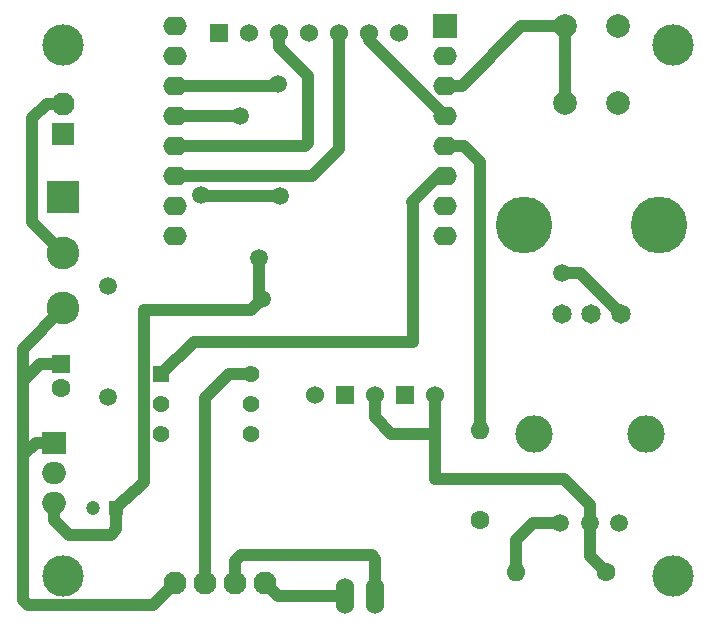
<source format=gbr>
%TF.GenerationSoftware,KiCad,Pcbnew,8.0.8*%
%TF.CreationDate,2025-02-02T21:03:09-08:00*%
%TF.ProjectId,D1Mini,44314d69-6e69-42e6-9b69-6361645f7063,rev?*%
%TF.SameCoordinates,Original*%
%TF.FileFunction,Copper,L1,Top*%
%TF.FilePolarity,Positive*%
%FSLAX46Y46*%
G04 Gerber Fmt 4.6, Leading zero omitted, Abs format (unit mm)*
G04 Created by KiCad (PCBNEW 8.0.8) date 2025-02-02 21:03:09*
%MOMM*%
%LPD*%
G01*
G04 APERTURE LIST*
%TA.AperFunction,ComponentPad*%
%ADD10C,1.500000*%
%TD*%
%TA.AperFunction,ComponentPad*%
%ADD11C,3.164000*%
%TD*%
%TA.AperFunction,ComponentPad*%
%ADD12R,2.775000X2.775000*%
%TD*%
%TA.AperFunction,ComponentPad*%
%ADD13C,2.775000*%
%TD*%
%TA.AperFunction,ComponentPad*%
%ADD14C,1.650000*%
%TD*%
%TA.AperFunction,ComponentPad*%
%ADD15C,4.800000*%
%TD*%
%TA.AperFunction,ComponentPad*%
%ADD16R,2.000000X2.000000*%
%TD*%
%TA.AperFunction,ComponentPad*%
%ADD17O,2.000000X1.600000*%
%TD*%
%TA.AperFunction,ComponentPad*%
%ADD18C,1.524000*%
%TD*%
%TA.AperFunction,ComponentPad*%
%ADD19R,1.524000X1.524000*%
%TD*%
%TA.AperFunction,ComponentPad*%
%ADD20O,1.524000X3.048000*%
%TD*%
%TA.AperFunction,ComponentPad*%
%ADD21R,1.200000X1.200000*%
%TD*%
%TA.AperFunction,ComponentPad*%
%ADD22C,1.200000*%
%TD*%
%TA.AperFunction,ComponentPad*%
%ADD23R,2.000000X1.905000*%
%TD*%
%TA.AperFunction,ComponentPad*%
%ADD24O,2.000000X1.905000*%
%TD*%
%TA.AperFunction,ComponentPad*%
%ADD25C,1.425000*%
%TD*%
%TA.AperFunction,ComponentPad*%
%ADD26R,1.425000X1.425000*%
%TD*%
%TA.AperFunction,ComponentPad*%
%ADD27C,1.950000*%
%TD*%
%TA.AperFunction,ComponentPad*%
%ADD28R,1.950000X1.950000*%
%TD*%
%TA.AperFunction,ComponentPad*%
%ADD29C,1.600000*%
%TD*%
%TA.AperFunction,ComponentPad*%
%ADD30O,1.600000X1.600000*%
%TD*%
%TA.AperFunction,ComponentPad*%
%ADD31C,2.000000*%
%TD*%
%TA.AperFunction,ComponentPad*%
%ADD32R,1.600000X1.600000*%
%TD*%
%TA.AperFunction,ViaPad*%
%ADD33C,1.500000*%
%TD*%
%TA.AperFunction,ViaPad*%
%ADD34C,3.500000*%
%TD*%
%TA.AperFunction,Conductor*%
%ADD35C,1.000000*%
%TD*%
G04 APERTURE END LIST*
D10*
%TO.P,Volume1,1,1*%
%TO.N,GND*%
X139446121Y-66446638D03*
%TO.P,Volume1,2,2*%
%TO.N,Net-(Amp1-L)*%
X141946121Y-66446638D03*
%TO.P,Volume1,3,3*%
%TO.N,Net-(R1-Pad1)*%
X144446121Y-66446638D03*
D11*
%TO.P,Volume1,MH1,MH1*%
%TO.N,unconnected-(Volume1-PadMH1)*%
X137196121Y-58946638D03*
%TO.P,Volume1,MH2,MH2*%
%TO.N,unconnected-(Volume1-PadMH2)*%
X146696121Y-58946638D03*
%TD*%
D12*
%TO.P,Pwr1,1,1*%
%TO.N,unconnected-(Pwr1-Pad1)*%
X97369451Y-38894868D03*
D13*
%TO.P,Pwr1,2,2*%
%TO.N,Net-(IN1-Pin_2)*%
X97369451Y-43594868D03*
%TO.P,Pwr1,3,3*%
%TO.N,12V*%
X97369451Y-48294868D03*
%TD*%
D14*
%TO.P,Dimmer1,A1,A1*%
%TO.N,Enc_A*%
X139575813Y-48762237D03*
%TO.P,Dimmer1,B1,B1*%
%TO.N,Enc_B*%
X144575813Y-48762237D03*
%TO.P,Dimmer1,C1,C1*%
%TO.N,GND*%
X142075813Y-48762237D03*
D15*
%TO.P,Dimmer1,MH1,MH1*%
%TO.N,unconnected-(Dimmer1-PadMH1)*%
X147775813Y-41262237D03*
%TO.P,Dimmer1,MH2,MH2*%
%TO.N,unconnected-(Dimmer1-PadMH2)*%
X136375813Y-41262237D03*
%TD*%
D16*
%TO.P,MCU1,1,5V*%
%TO.N,5V*%
X129672442Y-24420409D03*
D17*
%TO.P,MCU1,2,GND*%
%TO.N,GND*%
X129672442Y-26960409D03*
%TO.P,MCU1,3,D4*%
%TO.N,Btn*%
X129672442Y-29500409D03*
%TO.P,MCU1,4,D3*%
%TO.N,DC*%
X129672442Y-32040409D03*
%TO.P,MCU1,5,D2*%
%TO.N,Audio*%
X129672442Y-34580409D03*
%TO.P,MCU1,6,D1*%
%TO.N,LED*%
X129672442Y-37120409D03*
%TO.P,MCU1,7,Rx*%
%TO.N,Enc_B*%
X129672442Y-39660409D03*
%TO.P,MCU1,8,Tx*%
%TO.N,unconnected-(MCU1-Tx-Pad8)*%
X129672442Y-42200409D03*
%TO.P,MCU1,9,Rst*%
%TO.N,unconnected-(MCU1-Rst-Pad9)*%
X106812442Y-42200409D03*
%TO.P,MCU1,10,A0*%
%TO.N,unconnected-(MCU1-A0-Pad10)*%
X106812442Y-39660409D03*
%TO.P,MCU1,11,D0*%
%TO.N,RES*%
X106812442Y-37120409D03*
%TO.P,MCU1,12,D5*%
%TO.N,D0*%
X106812442Y-34580409D03*
%TO.P,MCU1,13,D6*%
%TO.N,Enc_A*%
X106812442Y-32040409D03*
%TO.P,MCU1,14,D7*%
%TO.N,D1*%
X106812442Y-29500409D03*
%TO.P,MCU1,15,D8*%
%TO.N,CS*%
X106812442Y-26960409D03*
%TO.P,MCU1,16,3.3V*%
%TO.N,unconnected-(MCU1-3.3V-Pad16)*%
X106812442Y-24420409D03*
%TD*%
D18*
%TO.P,Amp1,1,L*%
%TO.N,Net-(Amp1-L)*%
X128827702Y-55653679D03*
D19*
%TO.P,Amp1,2,GND*%
%TO.N,GND*%
X126287702Y-55653679D03*
D18*
%TO.P,Amp1,3,R*%
%TO.N,Net-(Amp1-L)*%
X123747702Y-55653679D03*
D19*
%TO.P,Amp1,4,GND*%
%TO.N,GND*%
X121207702Y-55653679D03*
D18*
%TO.P,Amp1,5,VCC*%
%TO.N,5V*%
X118667702Y-55653679D03*
D20*
%TO.P,Amp1,6,V1*%
%TO.N,Net-(Amp1-V1)*%
X123747702Y-72653679D03*
%TO.P,Amp1,7,V2*%
%TO.N,Net-(Amp1-V2)*%
X121247702Y-72653679D03*
%TD*%
D19*
%TO.P,Display1,1,GND*%
%TO.N,GND*%
X110538649Y-24954903D03*
D18*
%TO.P,Display1,2,VCC*%
%TO.N,5V*%
X113078649Y-24954903D03*
%TO.P,Display1,3,D0*%
%TO.N,D0*%
X115618649Y-24954903D03*
%TO.P,Display1,4,D1*%
%TO.N,D1*%
X118158649Y-24954903D03*
%TO.P,Display1,5,RES*%
%TO.N,RES*%
X120698649Y-24954903D03*
%TO.P,Display1,6,DC*%
%TO.N,DC*%
X123238649Y-24954903D03*
%TO.P,Display1,7,CS*%
%TO.N,CS*%
X125778649Y-24954903D03*
%TD*%
D21*
%TO.P,C2,1*%
%TO.N,5V*%
X101866945Y-65174343D03*
D22*
%TO.P,C2,2*%
%TO.N,GND*%
X99866945Y-65174343D03*
%TD*%
D23*
%TO.P,U2,1,IN*%
%TO.N,12V*%
X96575776Y-59678519D03*
D24*
%TO.P,U2,2,GND*%
%TO.N,GND*%
X96575776Y-62218519D03*
%TO.P,U2,3,OUT*%
%TO.N,5V*%
X96575776Y-64758519D03*
%TD*%
D25*
%TO.P,Relay1,6,6*%
%TO.N,Net-(J1-Pad2)*%
X113297934Y-53878437D03*
%TO.P,Relay1,5,5*%
%TO.N,GND*%
X113297934Y-56418437D03*
%TO.P,Relay1,4,4*%
X113297934Y-58958437D03*
%TO.P,Relay1,3,3*%
X105677934Y-58958437D03*
%TO.P,Relay1,2,2*%
X105677934Y-56418437D03*
D26*
%TO.P,Relay1,1,1*%
%TO.N,LED*%
X105677934Y-53878437D03*
%TD*%
D27*
%TO.P,IN1,2,Pin_2*%
%TO.N,Net-(IN1-Pin_2)*%
X97369451Y-30958114D03*
D28*
%TO.P,IN1,1,Pin_1*%
%TO.N,GND*%
X97369451Y-33498114D03*
%TD*%
D29*
%TO.P,R2,1*%
%TO.N,Net-(Amp1-L)*%
X143273771Y-70584692D03*
D30*
%TO.P,R2,2*%
%TO.N,GND*%
X135653771Y-70584692D03*
%TD*%
D29*
%TO.P,R1,1*%
%TO.N,Net-(R1-Pad1)*%
X132670211Y-66178702D03*
D30*
%TO.P,R1,2*%
%TO.N,Audio*%
X132670211Y-58558702D03*
%TD*%
D27*
%TO.P,J1,1*%
%TO.N,12V*%
X106851131Y-71544778D03*
%TO.P,J1,2*%
%TO.N,Net-(J1-Pad2)*%
X109391131Y-71544778D03*
%TO.P,J1,3*%
%TO.N,Net-(Amp1-V1)*%
X111931131Y-71544778D03*
%TO.P,J1,4*%
%TO.N,Net-(Amp1-V2)*%
X114471131Y-71544778D03*
%TD*%
D31*
%TO.P,Strt1,2,2*%
%TO.N,GND*%
X144340890Y-24428719D03*
X144340890Y-30928719D03*
%TO.P,Strt1,1,1*%
%TO.N,Btn*%
X139840890Y-24428719D03*
X139840890Y-30928719D03*
%TD*%
D32*
%TO.P,C1,1*%
%TO.N,12V*%
X97193079Y-53004653D03*
D29*
%TO.P,C1,2*%
%TO.N,GND*%
X97193079Y-55004653D03*
%TD*%
D33*
%TO.N,CS*%
X109016203Y-38694323D03*
X115714268Y-38817223D03*
%TO.N,5V*%
X113932214Y-44005115D03*
D34*
%TO.N,*%
X97369451Y-26000000D03*
X149000000Y-71000000D03*
X97369451Y-71000000D03*
X149000000Y-26000000D03*
D33*
%TO.N,GND*%
X101129673Y-46393953D03*
X101129673Y-55793953D03*
%TO.N,D1*%
X115565665Y-29334255D03*
%TO.N,5V*%
X114186340Y-47524103D03*
%TO.N,Enc_B*%
X139556828Y-45282700D03*
%TO.N,Enc_A*%
X112289768Y-32006697D03*
%TD*%
D35*
%TO.N,Audio*%
X132670211Y-35917882D02*
X132670211Y-58558702D01*
X131326252Y-34573923D02*
X132670211Y-35917882D01*
X131319766Y-34580409D02*
X131326252Y-34573923D01*
X129672442Y-34580409D02*
X131319766Y-34580409D01*
%TO.N,Enc_B*%
X139556828Y-45282700D02*
X141096276Y-45282700D01*
X141096276Y-45282700D02*
X144575813Y-48762237D01*
%TO.N,Net-(Amp1-L)*%
X128831642Y-58907474D02*
X128827702Y-58903534D01*
X139749030Y-62789024D02*
X128831642Y-62789024D01*
X141946121Y-64986115D02*
X139749030Y-62789024D01*
X128831642Y-62789024D02*
X128831642Y-58907474D01*
X141946121Y-66446638D02*
X141946121Y-64986115D01*
X141946121Y-69257042D02*
X143273771Y-70584692D01*
X141946121Y-66446638D02*
X141946121Y-69257042D01*
%TO.N,5V*%
X101396387Y-67452986D02*
X101866945Y-66982428D01*
X97832278Y-67452986D02*
X101396387Y-67452986D01*
X96575776Y-66196484D02*
X97832278Y-67452986D01*
X101866945Y-66982428D02*
X101866945Y-65174343D01*
X96575776Y-64758519D02*
X96575776Y-66196484D01*
%TO.N,CS*%
X115714268Y-38817223D02*
X109139103Y-38817223D01*
X109139103Y-38817223D02*
X109016203Y-38694323D01*
%TO.N,5V*%
X113932214Y-44005115D02*
X113932214Y-47269977D01*
X113932214Y-47269977D02*
X114186340Y-47524103D01*
%TO.N,12V*%
X93940904Y-51723415D02*
X93940904Y-54456828D01*
X97369451Y-48294868D02*
X93940904Y-51723415D01*
%TO.N,Net-(IN1-Pin_2)*%
X94723866Y-40949283D02*
X94723866Y-32224841D01*
X97369451Y-43594868D02*
X94723866Y-40949283D01*
%TO.N,5V*%
X102696141Y-64461615D02*
X104162773Y-62994983D01*
X102579673Y-64461615D02*
X102696141Y-64461615D01*
X101866945Y-65174343D02*
X102579673Y-64461615D01*
%TO.N,12V*%
X93940904Y-54680190D02*
X93940904Y-60754322D01*
X93940904Y-54456828D02*
X93940904Y-54680190D01*
X95393079Y-53004653D02*
X93940904Y-54456828D01*
X97193079Y-53004653D02*
X95393079Y-53004653D01*
X95016707Y-59678519D02*
X96575776Y-59678519D01*
X93940904Y-60754322D02*
X95016707Y-59678519D01*
X94357280Y-73450000D02*
X93940904Y-73033624D01*
X93940904Y-73033624D02*
X93940904Y-60754322D01*
X104945909Y-73450000D02*
X94357280Y-73450000D01*
X106851131Y-71544778D02*
X104945909Y-73450000D01*
%TO.N,5V*%
X104162773Y-62994983D02*
X104162773Y-48472389D01*
%TO.N,Btn*%
X139840890Y-30928719D02*
X139840890Y-24428719D01*
X136161022Y-24428719D02*
X131089332Y-29500409D01*
X139840890Y-24428719D02*
X136161022Y-24428719D01*
%TO.N,GND*%
X135653771Y-67894198D02*
X137101331Y-66446638D01*
X137101331Y-66446638D02*
X139446121Y-66446638D01*
X135653771Y-70584692D02*
X135653771Y-67894198D01*
%TO.N,Net-(Amp1-V1)*%
X123747702Y-69516657D02*
X123747702Y-72653679D01*
X123472553Y-69203898D02*
X123766507Y-69497852D01*
X112419888Y-69203898D02*
X123472553Y-69203898D01*
X111931131Y-69692655D02*
X112419888Y-69203898D01*
X111931131Y-71544778D02*
X111931131Y-69692655D01*
X123766507Y-69497852D02*
X123747702Y-69516657D01*
%TO.N,Net-(Amp1-V2)*%
X115580032Y-72653679D02*
X114471131Y-71544778D01*
X121247702Y-72653679D02*
X115580032Y-72653679D01*
%TO.N,Net-(J1-Pad2)*%
X111366525Y-53878437D02*
X113297934Y-53878437D01*
X109391131Y-55853831D02*
X111366525Y-53878437D01*
X109391131Y-71544778D02*
X109391131Y-55853831D01*
%TO.N,Btn*%
X129672442Y-29500409D02*
X131089332Y-29500409D01*
%TO.N,DC*%
X123238649Y-25606616D02*
X129672442Y-32040409D01*
X123238649Y-24954903D02*
X123238649Y-25606616D01*
%TO.N,D1*%
X115399511Y-29500409D02*
X115565665Y-29334255D01*
X106812442Y-29500409D02*
X115399511Y-29500409D01*
%TO.N,RES*%
X120698649Y-34804832D02*
X120698649Y-24954903D01*
X106812442Y-37120409D02*
X118383072Y-37120409D01*
X118383072Y-37120409D02*
X120698649Y-34804832D01*
%TO.N,D0*%
X115618649Y-26197550D02*
X115618649Y-24954903D01*
X118065691Y-28644592D02*
X115618649Y-26197550D01*
X118065691Y-34334308D02*
X118065691Y-28644592D01*
X106812442Y-34580409D02*
X117819590Y-34580409D01*
X117819590Y-34580409D02*
X118065691Y-34334308D01*
%TO.N,LED*%
X129072840Y-37120409D02*
X129672442Y-37120409D01*
X126858888Y-39334361D02*
X129072840Y-37120409D01*
X126945096Y-51144831D02*
X126945096Y-39420569D01*
X126945096Y-39420569D02*
X126858888Y-39334361D01*
X108411540Y-51144831D02*
X126945096Y-51144831D01*
X105677934Y-53878437D02*
X108411540Y-51144831D01*
%TO.N,Enc_A*%
X106846154Y-32006697D02*
X106812442Y-32040409D01*
X112289768Y-32006697D02*
X106846154Y-32006697D01*
%TO.N,Net-(Amp1-L)*%
X125134732Y-58903534D02*
X128827702Y-58903534D01*
X123747702Y-55653679D02*
X123747702Y-57516504D01*
X123747702Y-57516504D02*
X125134732Y-58903534D01*
X128827702Y-55653679D02*
X128827702Y-58903534D01*
%TO.N,5V*%
X113238054Y-48472389D02*
X114186340Y-47524103D01*
X104162773Y-48472389D02*
X113238054Y-48472389D01*
%TO.N,Net-(IN1-Pin_2)*%
X95990593Y-30958114D02*
X94723866Y-32224841D01*
X97369451Y-30958114D02*
X95990593Y-30958114D01*
%TD*%
M02*

</source>
